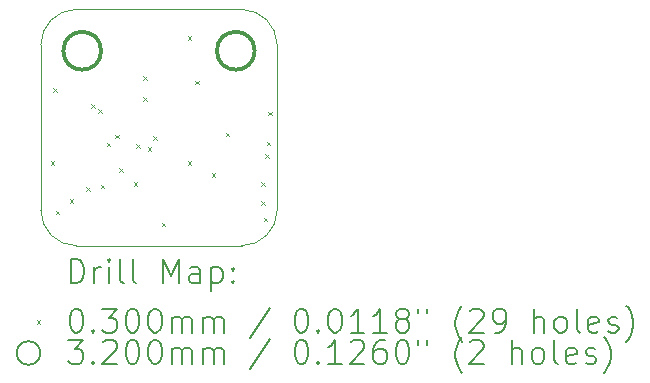
<source format=gbr>
%TF.GenerationSoftware,KiCad,Pcbnew,(6.0.11-0)*%
%TF.CreationDate,2025-05-12T21:51:01-06:00*%
%TF.ProjectId,LightSensorPCB,4c696768-7453-4656-9e73-6f725043422e,rev?*%
%TF.SameCoordinates,Original*%
%TF.FileFunction,Drillmap*%
%TF.FilePolarity,Positive*%
%FSLAX45Y45*%
G04 Gerber Fmt 4.5, Leading zero omitted, Abs format (unit mm)*
G04 Created by KiCad (PCBNEW (6.0.11-0)) date 2025-05-12 21:51:01*
%MOMM*%
%LPD*%
G01*
G04 APERTURE LIST*
%ADD10C,0.100000*%
%ADD11C,0.200000*%
%ADD12C,0.030000*%
%ADD13C,0.320000*%
G04 APERTURE END LIST*
D10*
X10300000Y-12000000D02*
X11700000Y-12000000D01*
X10300000Y-10000000D02*
G75*
G03*
X10000000Y-10300000I0J-300000D01*
G01*
X10000000Y-10300000D02*
X10000000Y-11700000D01*
X12000000Y-11700000D02*
X12000000Y-10300000D01*
X10000000Y-11700000D02*
G75*
G03*
X10300000Y-12000000I300000J0D01*
G01*
X11700000Y-10000000D02*
X10300000Y-10000000D01*
X12000000Y-10300000D02*
G75*
G03*
X11700000Y-10000000I-300000J0D01*
G01*
X11700000Y-12000000D02*
G75*
G03*
X12000000Y-11700000I0J300000D01*
G01*
D11*
D12*
X10085000Y-11285000D02*
X10115000Y-11315000D01*
X10115000Y-11285000D02*
X10085000Y-11315000D01*
X10105000Y-10665000D02*
X10135000Y-10695000D01*
X10135000Y-10665000D02*
X10105000Y-10695000D01*
X10125000Y-11705000D02*
X10155000Y-11735000D01*
X10155000Y-11705000D02*
X10125000Y-11735000D01*
X10245000Y-11605000D02*
X10275000Y-11635000D01*
X10275000Y-11605000D02*
X10245000Y-11635000D01*
X10385000Y-11505000D02*
X10415000Y-11535000D01*
X10415000Y-11505000D02*
X10385000Y-11535000D01*
X10425000Y-10805000D02*
X10455000Y-10835000D01*
X10455000Y-10805000D02*
X10425000Y-10835000D01*
X10485000Y-10845000D02*
X10515000Y-10875000D01*
X10515000Y-10845000D02*
X10485000Y-10875000D01*
X10505000Y-11485000D02*
X10535000Y-11515000D01*
X10535000Y-11485000D02*
X10505000Y-11515000D01*
X10557740Y-11129655D02*
X10587740Y-11159655D01*
X10587740Y-11129655D02*
X10557740Y-11159655D01*
X10630304Y-11060919D02*
X10660304Y-11090919D01*
X10660304Y-11060919D02*
X10630304Y-11090919D01*
X10665000Y-11345000D02*
X10695000Y-11375000D01*
X10695000Y-11345000D02*
X10665000Y-11375000D01*
X10785000Y-11465000D02*
X10815000Y-11495000D01*
X10815000Y-11465000D02*
X10785000Y-11495000D01*
X10807062Y-11143172D02*
X10837062Y-11173172D01*
X10837062Y-11143172D02*
X10807062Y-11173172D01*
X10865000Y-10565000D02*
X10895000Y-10595000D01*
X10895000Y-10565000D02*
X10865000Y-10595000D01*
X10865000Y-10745000D02*
X10895000Y-10775000D01*
X10895000Y-10745000D02*
X10865000Y-10775000D01*
X10905000Y-11165000D02*
X10935000Y-11195000D01*
X10935000Y-11165000D02*
X10905000Y-11195000D01*
X10949339Y-11075222D02*
X10979339Y-11105222D01*
X10979339Y-11075222D02*
X10949339Y-11105222D01*
X11025000Y-11805000D02*
X11055000Y-11835000D01*
X11055000Y-11805000D02*
X11025000Y-11835000D01*
X11245000Y-10225000D02*
X11275000Y-10255000D01*
X11275000Y-10225000D02*
X11245000Y-10255000D01*
X11245000Y-11285000D02*
X11275000Y-11315000D01*
X11275000Y-11285000D02*
X11245000Y-11315000D01*
X11305000Y-10605000D02*
X11335000Y-10635000D01*
X11335000Y-10605000D02*
X11305000Y-10635000D01*
X11445000Y-11385000D02*
X11475000Y-11415000D01*
X11475000Y-11385000D02*
X11445000Y-11415000D01*
X11565000Y-11045000D02*
X11595000Y-11075000D01*
X11595000Y-11045000D02*
X11565000Y-11075000D01*
X11865000Y-11465000D02*
X11895000Y-11495000D01*
X11895000Y-11465000D02*
X11865000Y-11495000D01*
X11865000Y-11625000D02*
X11895000Y-11655000D01*
X11895000Y-11625000D02*
X11865000Y-11655000D01*
X11885000Y-11765000D02*
X11915000Y-11795000D01*
X11915000Y-11765000D02*
X11885000Y-11795000D01*
X11901720Y-11227614D02*
X11931720Y-11257614D01*
X11931720Y-11227614D02*
X11901720Y-11257614D01*
X11910373Y-11119627D02*
X11940373Y-11149627D01*
X11940373Y-11119627D02*
X11910373Y-11149627D01*
X11925000Y-10865000D02*
X11955000Y-10895000D01*
X11955000Y-10865000D02*
X11925000Y-10895000D01*
D13*
X10510000Y-10350000D02*
G75*
G03*
X10510000Y-10350000I-160000J0D01*
G01*
X11810000Y-10350000D02*
G75*
G03*
X11810000Y-10350000I-160000J0D01*
G01*
D11*
X10252619Y-12315476D02*
X10252619Y-12115476D01*
X10300238Y-12115476D01*
X10328810Y-12125000D01*
X10347857Y-12144048D01*
X10357381Y-12163095D01*
X10366905Y-12201190D01*
X10366905Y-12229762D01*
X10357381Y-12267857D01*
X10347857Y-12286905D01*
X10328810Y-12305952D01*
X10300238Y-12315476D01*
X10252619Y-12315476D01*
X10452619Y-12315476D02*
X10452619Y-12182143D01*
X10452619Y-12220238D02*
X10462143Y-12201190D01*
X10471667Y-12191667D01*
X10490714Y-12182143D01*
X10509762Y-12182143D01*
X10576429Y-12315476D02*
X10576429Y-12182143D01*
X10576429Y-12115476D02*
X10566905Y-12125000D01*
X10576429Y-12134524D01*
X10585952Y-12125000D01*
X10576429Y-12115476D01*
X10576429Y-12134524D01*
X10700238Y-12315476D02*
X10681190Y-12305952D01*
X10671667Y-12286905D01*
X10671667Y-12115476D01*
X10805000Y-12315476D02*
X10785952Y-12305952D01*
X10776429Y-12286905D01*
X10776429Y-12115476D01*
X11033571Y-12315476D02*
X11033571Y-12115476D01*
X11100238Y-12258333D01*
X11166905Y-12115476D01*
X11166905Y-12315476D01*
X11347857Y-12315476D02*
X11347857Y-12210714D01*
X11338333Y-12191667D01*
X11319286Y-12182143D01*
X11281190Y-12182143D01*
X11262143Y-12191667D01*
X11347857Y-12305952D02*
X11328809Y-12315476D01*
X11281190Y-12315476D01*
X11262143Y-12305952D01*
X11252619Y-12286905D01*
X11252619Y-12267857D01*
X11262143Y-12248809D01*
X11281190Y-12239286D01*
X11328809Y-12239286D01*
X11347857Y-12229762D01*
X11443095Y-12182143D02*
X11443095Y-12382143D01*
X11443095Y-12191667D02*
X11462143Y-12182143D01*
X11500238Y-12182143D01*
X11519286Y-12191667D01*
X11528809Y-12201190D01*
X11538333Y-12220238D01*
X11538333Y-12277381D01*
X11528809Y-12296428D01*
X11519286Y-12305952D01*
X11500238Y-12315476D01*
X11462143Y-12315476D01*
X11443095Y-12305952D01*
X11624048Y-12296428D02*
X11633571Y-12305952D01*
X11624048Y-12315476D01*
X11614524Y-12305952D01*
X11624048Y-12296428D01*
X11624048Y-12315476D01*
X11624048Y-12191667D02*
X11633571Y-12201190D01*
X11624048Y-12210714D01*
X11614524Y-12201190D01*
X11624048Y-12191667D01*
X11624048Y-12210714D01*
D12*
X9965000Y-12630000D02*
X9995000Y-12660000D01*
X9995000Y-12630000D02*
X9965000Y-12660000D01*
D11*
X10290714Y-12535476D02*
X10309762Y-12535476D01*
X10328810Y-12545000D01*
X10338333Y-12554524D01*
X10347857Y-12573571D01*
X10357381Y-12611667D01*
X10357381Y-12659286D01*
X10347857Y-12697381D01*
X10338333Y-12716428D01*
X10328810Y-12725952D01*
X10309762Y-12735476D01*
X10290714Y-12735476D01*
X10271667Y-12725952D01*
X10262143Y-12716428D01*
X10252619Y-12697381D01*
X10243095Y-12659286D01*
X10243095Y-12611667D01*
X10252619Y-12573571D01*
X10262143Y-12554524D01*
X10271667Y-12545000D01*
X10290714Y-12535476D01*
X10443095Y-12716428D02*
X10452619Y-12725952D01*
X10443095Y-12735476D01*
X10433571Y-12725952D01*
X10443095Y-12716428D01*
X10443095Y-12735476D01*
X10519286Y-12535476D02*
X10643095Y-12535476D01*
X10576429Y-12611667D01*
X10605000Y-12611667D01*
X10624048Y-12621190D01*
X10633571Y-12630714D01*
X10643095Y-12649762D01*
X10643095Y-12697381D01*
X10633571Y-12716428D01*
X10624048Y-12725952D01*
X10605000Y-12735476D01*
X10547857Y-12735476D01*
X10528810Y-12725952D01*
X10519286Y-12716428D01*
X10766905Y-12535476D02*
X10785952Y-12535476D01*
X10805000Y-12545000D01*
X10814524Y-12554524D01*
X10824048Y-12573571D01*
X10833571Y-12611667D01*
X10833571Y-12659286D01*
X10824048Y-12697381D01*
X10814524Y-12716428D01*
X10805000Y-12725952D01*
X10785952Y-12735476D01*
X10766905Y-12735476D01*
X10747857Y-12725952D01*
X10738333Y-12716428D01*
X10728810Y-12697381D01*
X10719286Y-12659286D01*
X10719286Y-12611667D01*
X10728810Y-12573571D01*
X10738333Y-12554524D01*
X10747857Y-12545000D01*
X10766905Y-12535476D01*
X10957381Y-12535476D02*
X10976429Y-12535476D01*
X10995476Y-12545000D01*
X11005000Y-12554524D01*
X11014524Y-12573571D01*
X11024048Y-12611667D01*
X11024048Y-12659286D01*
X11014524Y-12697381D01*
X11005000Y-12716428D01*
X10995476Y-12725952D01*
X10976429Y-12735476D01*
X10957381Y-12735476D01*
X10938333Y-12725952D01*
X10928810Y-12716428D01*
X10919286Y-12697381D01*
X10909762Y-12659286D01*
X10909762Y-12611667D01*
X10919286Y-12573571D01*
X10928810Y-12554524D01*
X10938333Y-12545000D01*
X10957381Y-12535476D01*
X11109762Y-12735476D02*
X11109762Y-12602143D01*
X11109762Y-12621190D02*
X11119286Y-12611667D01*
X11138333Y-12602143D01*
X11166905Y-12602143D01*
X11185952Y-12611667D01*
X11195476Y-12630714D01*
X11195476Y-12735476D01*
X11195476Y-12630714D02*
X11205000Y-12611667D01*
X11224048Y-12602143D01*
X11252619Y-12602143D01*
X11271667Y-12611667D01*
X11281190Y-12630714D01*
X11281190Y-12735476D01*
X11376428Y-12735476D02*
X11376428Y-12602143D01*
X11376428Y-12621190D02*
X11385952Y-12611667D01*
X11405000Y-12602143D01*
X11433571Y-12602143D01*
X11452619Y-12611667D01*
X11462143Y-12630714D01*
X11462143Y-12735476D01*
X11462143Y-12630714D02*
X11471667Y-12611667D01*
X11490714Y-12602143D01*
X11519286Y-12602143D01*
X11538333Y-12611667D01*
X11547857Y-12630714D01*
X11547857Y-12735476D01*
X11938333Y-12525952D02*
X11766905Y-12783095D01*
X12195476Y-12535476D02*
X12214524Y-12535476D01*
X12233571Y-12545000D01*
X12243095Y-12554524D01*
X12252619Y-12573571D01*
X12262143Y-12611667D01*
X12262143Y-12659286D01*
X12252619Y-12697381D01*
X12243095Y-12716428D01*
X12233571Y-12725952D01*
X12214524Y-12735476D01*
X12195476Y-12735476D01*
X12176428Y-12725952D01*
X12166905Y-12716428D01*
X12157381Y-12697381D01*
X12147857Y-12659286D01*
X12147857Y-12611667D01*
X12157381Y-12573571D01*
X12166905Y-12554524D01*
X12176428Y-12545000D01*
X12195476Y-12535476D01*
X12347857Y-12716428D02*
X12357381Y-12725952D01*
X12347857Y-12735476D01*
X12338333Y-12725952D01*
X12347857Y-12716428D01*
X12347857Y-12735476D01*
X12481190Y-12535476D02*
X12500238Y-12535476D01*
X12519286Y-12545000D01*
X12528809Y-12554524D01*
X12538333Y-12573571D01*
X12547857Y-12611667D01*
X12547857Y-12659286D01*
X12538333Y-12697381D01*
X12528809Y-12716428D01*
X12519286Y-12725952D01*
X12500238Y-12735476D01*
X12481190Y-12735476D01*
X12462143Y-12725952D01*
X12452619Y-12716428D01*
X12443095Y-12697381D01*
X12433571Y-12659286D01*
X12433571Y-12611667D01*
X12443095Y-12573571D01*
X12452619Y-12554524D01*
X12462143Y-12545000D01*
X12481190Y-12535476D01*
X12738333Y-12735476D02*
X12624048Y-12735476D01*
X12681190Y-12735476D02*
X12681190Y-12535476D01*
X12662143Y-12564048D01*
X12643095Y-12583095D01*
X12624048Y-12592619D01*
X12928809Y-12735476D02*
X12814524Y-12735476D01*
X12871667Y-12735476D02*
X12871667Y-12535476D01*
X12852619Y-12564048D01*
X12833571Y-12583095D01*
X12814524Y-12592619D01*
X13043095Y-12621190D02*
X13024048Y-12611667D01*
X13014524Y-12602143D01*
X13005000Y-12583095D01*
X13005000Y-12573571D01*
X13014524Y-12554524D01*
X13024048Y-12545000D01*
X13043095Y-12535476D01*
X13081190Y-12535476D01*
X13100238Y-12545000D01*
X13109762Y-12554524D01*
X13119286Y-12573571D01*
X13119286Y-12583095D01*
X13109762Y-12602143D01*
X13100238Y-12611667D01*
X13081190Y-12621190D01*
X13043095Y-12621190D01*
X13024048Y-12630714D01*
X13014524Y-12640238D01*
X13005000Y-12659286D01*
X13005000Y-12697381D01*
X13014524Y-12716428D01*
X13024048Y-12725952D01*
X13043095Y-12735476D01*
X13081190Y-12735476D01*
X13100238Y-12725952D01*
X13109762Y-12716428D01*
X13119286Y-12697381D01*
X13119286Y-12659286D01*
X13109762Y-12640238D01*
X13100238Y-12630714D01*
X13081190Y-12621190D01*
X13195476Y-12535476D02*
X13195476Y-12573571D01*
X13271667Y-12535476D02*
X13271667Y-12573571D01*
X13566905Y-12811667D02*
X13557381Y-12802143D01*
X13538333Y-12773571D01*
X13528809Y-12754524D01*
X13519286Y-12725952D01*
X13509762Y-12678333D01*
X13509762Y-12640238D01*
X13519286Y-12592619D01*
X13528809Y-12564048D01*
X13538333Y-12545000D01*
X13557381Y-12516428D01*
X13566905Y-12506905D01*
X13633571Y-12554524D02*
X13643095Y-12545000D01*
X13662143Y-12535476D01*
X13709762Y-12535476D01*
X13728809Y-12545000D01*
X13738333Y-12554524D01*
X13747857Y-12573571D01*
X13747857Y-12592619D01*
X13738333Y-12621190D01*
X13624048Y-12735476D01*
X13747857Y-12735476D01*
X13843095Y-12735476D02*
X13881190Y-12735476D01*
X13900238Y-12725952D01*
X13909762Y-12716428D01*
X13928809Y-12687857D01*
X13938333Y-12649762D01*
X13938333Y-12573571D01*
X13928809Y-12554524D01*
X13919286Y-12545000D01*
X13900238Y-12535476D01*
X13862143Y-12535476D01*
X13843095Y-12545000D01*
X13833571Y-12554524D01*
X13824048Y-12573571D01*
X13824048Y-12621190D01*
X13833571Y-12640238D01*
X13843095Y-12649762D01*
X13862143Y-12659286D01*
X13900238Y-12659286D01*
X13919286Y-12649762D01*
X13928809Y-12640238D01*
X13938333Y-12621190D01*
X14176428Y-12735476D02*
X14176428Y-12535476D01*
X14262143Y-12735476D02*
X14262143Y-12630714D01*
X14252619Y-12611667D01*
X14233571Y-12602143D01*
X14205000Y-12602143D01*
X14185952Y-12611667D01*
X14176428Y-12621190D01*
X14385952Y-12735476D02*
X14366905Y-12725952D01*
X14357381Y-12716428D01*
X14347857Y-12697381D01*
X14347857Y-12640238D01*
X14357381Y-12621190D01*
X14366905Y-12611667D01*
X14385952Y-12602143D01*
X14414524Y-12602143D01*
X14433571Y-12611667D01*
X14443095Y-12621190D01*
X14452619Y-12640238D01*
X14452619Y-12697381D01*
X14443095Y-12716428D01*
X14433571Y-12725952D01*
X14414524Y-12735476D01*
X14385952Y-12735476D01*
X14566905Y-12735476D02*
X14547857Y-12725952D01*
X14538333Y-12706905D01*
X14538333Y-12535476D01*
X14719286Y-12725952D02*
X14700238Y-12735476D01*
X14662143Y-12735476D01*
X14643095Y-12725952D01*
X14633571Y-12706905D01*
X14633571Y-12630714D01*
X14643095Y-12611667D01*
X14662143Y-12602143D01*
X14700238Y-12602143D01*
X14719286Y-12611667D01*
X14728809Y-12630714D01*
X14728809Y-12649762D01*
X14633571Y-12668809D01*
X14805000Y-12725952D02*
X14824048Y-12735476D01*
X14862143Y-12735476D01*
X14881190Y-12725952D01*
X14890714Y-12706905D01*
X14890714Y-12697381D01*
X14881190Y-12678333D01*
X14862143Y-12668809D01*
X14833571Y-12668809D01*
X14814524Y-12659286D01*
X14805000Y-12640238D01*
X14805000Y-12630714D01*
X14814524Y-12611667D01*
X14833571Y-12602143D01*
X14862143Y-12602143D01*
X14881190Y-12611667D01*
X14957381Y-12811667D02*
X14966905Y-12802143D01*
X14985952Y-12773571D01*
X14995476Y-12754524D01*
X15005000Y-12725952D01*
X15014524Y-12678333D01*
X15014524Y-12640238D01*
X15005000Y-12592619D01*
X14995476Y-12564048D01*
X14985952Y-12545000D01*
X14966905Y-12516428D01*
X14957381Y-12506905D01*
X9995000Y-12909000D02*
G75*
G03*
X9995000Y-12909000I-100000J0D01*
G01*
X10233571Y-12799476D02*
X10357381Y-12799476D01*
X10290714Y-12875667D01*
X10319286Y-12875667D01*
X10338333Y-12885190D01*
X10347857Y-12894714D01*
X10357381Y-12913762D01*
X10357381Y-12961381D01*
X10347857Y-12980428D01*
X10338333Y-12989952D01*
X10319286Y-12999476D01*
X10262143Y-12999476D01*
X10243095Y-12989952D01*
X10233571Y-12980428D01*
X10443095Y-12980428D02*
X10452619Y-12989952D01*
X10443095Y-12999476D01*
X10433571Y-12989952D01*
X10443095Y-12980428D01*
X10443095Y-12999476D01*
X10528810Y-12818524D02*
X10538333Y-12809000D01*
X10557381Y-12799476D01*
X10605000Y-12799476D01*
X10624048Y-12809000D01*
X10633571Y-12818524D01*
X10643095Y-12837571D01*
X10643095Y-12856619D01*
X10633571Y-12885190D01*
X10519286Y-12999476D01*
X10643095Y-12999476D01*
X10766905Y-12799476D02*
X10785952Y-12799476D01*
X10805000Y-12809000D01*
X10814524Y-12818524D01*
X10824048Y-12837571D01*
X10833571Y-12875667D01*
X10833571Y-12923286D01*
X10824048Y-12961381D01*
X10814524Y-12980428D01*
X10805000Y-12989952D01*
X10785952Y-12999476D01*
X10766905Y-12999476D01*
X10747857Y-12989952D01*
X10738333Y-12980428D01*
X10728810Y-12961381D01*
X10719286Y-12923286D01*
X10719286Y-12875667D01*
X10728810Y-12837571D01*
X10738333Y-12818524D01*
X10747857Y-12809000D01*
X10766905Y-12799476D01*
X10957381Y-12799476D02*
X10976429Y-12799476D01*
X10995476Y-12809000D01*
X11005000Y-12818524D01*
X11014524Y-12837571D01*
X11024048Y-12875667D01*
X11024048Y-12923286D01*
X11014524Y-12961381D01*
X11005000Y-12980428D01*
X10995476Y-12989952D01*
X10976429Y-12999476D01*
X10957381Y-12999476D01*
X10938333Y-12989952D01*
X10928810Y-12980428D01*
X10919286Y-12961381D01*
X10909762Y-12923286D01*
X10909762Y-12875667D01*
X10919286Y-12837571D01*
X10928810Y-12818524D01*
X10938333Y-12809000D01*
X10957381Y-12799476D01*
X11109762Y-12999476D02*
X11109762Y-12866143D01*
X11109762Y-12885190D02*
X11119286Y-12875667D01*
X11138333Y-12866143D01*
X11166905Y-12866143D01*
X11185952Y-12875667D01*
X11195476Y-12894714D01*
X11195476Y-12999476D01*
X11195476Y-12894714D02*
X11205000Y-12875667D01*
X11224048Y-12866143D01*
X11252619Y-12866143D01*
X11271667Y-12875667D01*
X11281190Y-12894714D01*
X11281190Y-12999476D01*
X11376428Y-12999476D02*
X11376428Y-12866143D01*
X11376428Y-12885190D02*
X11385952Y-12875667D01*
X11405000Y-12866143D01*
X11433571Y-12866143D01*
X11452619Y-12875667D01*
X11462143Y-12894714D01*
X11462143Y-12999476D01*
X11462143Y-12894714D02*
X11471667Y-12875667D01*
X11490714Y-12866143D01*
X11519286Y-12866143D01*
X11538333Y-12875667D01*
X11547857Y-12894714D01*
X11547857Y-12999476D01*
X11938333Y-12789952D02*
X11766905Y-13047095D01*
X12195476Y-12799476D02*
X12214524Y-12799476D01*
X12233571Y-12809000D01*
X12243095Y-12818524D01*
X12252619Y-12837571D01*
X12262143Y-12875667D01*
X12262143Y-12923286D01*
X12252619Y-12961381D01*
X12243095Y-12980428D01*
X12233571Y-12989952D01*
X12214524Y-12999476D01*
X12195476Y-12999476D01*
X12176428Y-12989952D01*
X12166905Y-12980428D01*
X12157381Y-12961381D01*
X12147857Y-12923286D01*
X12147857Y-12875667D01*
X12157381Y-12837571D01*
X12166905Y-12818524D01*
X12176428Y-12809000D01*
X12195476Y-12799476D01*
X12347857Y-12980428D02*
X12357381Y-12989952D01*
X12347857Y-12999476D01*
X12338333Y-12989952D01*
X12347857Y-12980428D01*
X12347857Y-12999476D01*
X12547857Y-12999476D02*
X12433571Y-12999476D01*
X12490714Y-12999476D02*
X12490714Y-12799476D01*
X12471667Y-12828048D01*
X12452619Y-12847095D01*
X12433571Y-12856619D01*
X12624048Y-12818524D02*
X12633571Y-12809000D01*
X12652619Y-12799476D01*
X12700238Y-12799476D01*
X12719286Y-12809000D01*
X12728809Y-12818524D01*
X12738333Y-12837571D01*
X12738333Y-12856619D01*
X12728809Y-12885190D01*
X12614524Y-12999476D01*
X12738333Y-12999476D01*
X12909762Y-12799476D02*
X12871667Y-12799476D01*
X12852619Y-12809000D01*
X12843095Y-12818524D01*
X12824048Y-12847095D01*
X12814524Y-12885190D01*
X12814524Y-12961381D01*
X12824048Y-12980428D01*
X12833571Y-12989952D01*
X12852619Y-12999476D01*
X12890714Y-12999476D01*
X12909762Y-12989952D01*
X12919286Y-12980428D01*
X12928809Y-12961381D01*
X12928809Y-12913762D01*
X12919286Y-12894714D01*
X12909762Y-12885190D01*
X12890714Y-12875667D01*
X12852619Y-12875667D01*
X12833571Y-12885190D01*
X12824048Y-12894714D01*
X12814524Y-12913762D01*
X13052619Y-12799476D02*
X13071667Y-12799476D01*
X13090714Y-12809000D01*
X13100238Y-12818524D01*
X13109762Y-12837571D01*
X13119286Y-12875667D01*
X13119286Y-12923286D01*
X13109762Y-12961381D01*
X13100238Y-12980428D01*
X13090714Y-12989952D01*
X13071667Y-12999476D01*
X13052619Y-12999476D01*
X13033571Y-12989952D01*
X13024048Y-12980428D01*
X13014524Y-12961381D01*
X13005000Y-12923286D01*
X13005000Y-12875667D01*
X13014524Y-12837571D01*
X13024048Y-12818524D01*
X13033571Y-12809000D01*
X13052619Y-12799476D01*
X13195476Y-12799476D02*
X13195476Y-12837571D01*
X13271667Y-12799476D02*
X13271667Y-12837571D01*
X13566905Y-13075667D02*
X13557381Y-13066143D01*
X13538333Y-13037571D01*
X13528809Y-13018524D01*
X13519286Y-12989952D01*
X13509762Y-12942333D01*
X13509762Y-12904238D01*
X13519286Y-12856619D01*
X13528809Y-12828048D01*
X13538333Y-12809000D01*
X13557381Y-12780428D01*
X13566905Y-12770905D01*
X13633571Y-12818524D02*
X13643095Y-12809000D01*
X13662143Y-12799476D01*
X13709762Y-12799476D01*
X13728809Y-12809000D01*
X13738333Y-12818524D01*
X13747857Y-12837571D01*
X13747857Y-12856619D01*
X13738333Y-12885190D01*
X13624048Y-12999476D01*
X13747857Y-12999476D01*
X13985952Y-12999476D02*
X13985952Y-12799476D01*
X14071667Y-12999476D02*
X14071667Y-12894714D01*
X14062143Y-12875667D01*
X14043095Y-12866143D01*
X14014524Y-12866143D01*
X13995476Y-12875667D01*
X13985952Y-12885190D01*
X14195476Y-12999476D02*
X14176428Y-12989952D01*
X14166905Y-12980428D01*
X14157381Y-12961381D01*
X14157381Y-12904238D01*
X14166905Y-12885190D01*
X14176428Y-12875667D01*
X14195476Y-12866143D01*
X14224048Y-12866143D01*
X14243095Y-12875667D01*
X14252619Y-12885190D01*
X14262143Y-12904238D01*
X14262143Y-12961381D01*
X14252619Y-12980428D01*
X14243095Y-12989952D01*
X14224048Y-12999476D01*
X14195476Y-12999476D01*
X14376428Y-12999476D02*
X14357381Y-12989952D01*
X14347857Y-12970905D01*
X14347857Y-12799476D01*
X14528809Y-12989952D02*
X14509762Y-12999476D01*
X14471667Y-12999476D01*
X14452619Y-12989952D01*
X14443095Y-12970905D01*
X14443095Y-12894714D01*
X14452619Y-12875667D01*
X14471667Y-12866143D01*
X14509762Y-12866143D01*
X14528809Y-12875667D01*
X14538333Y-12894714D01*
X14538333Y-12913762D01*
X14443095Y-12932809D01*
X14614524Y-12989952D02*
X14633571Y-12999476D01*
X14671667Y-12999476D01*
X14690714Y-12989952D01*
X14700238Y-12970905D01*
X14700238Y-12961381D01*
X14690714Y-12942333D01*
X14671667Y-12932809D01*
X14643095Y-12932809D01*
X14624048Y-12923286D01*
X14614524Y-12904238D01*
X14614524Y-12894714D01*
X14624048Y-12875667D01*
X14643095Y-12866143D01*
X14671667Y-12866143D01*
X14690714Y-12875667D01*
X14766905Y-13075667D02*
X14776428Y-13066143D01*
X14795476Y-13037571D01*
X14805000Y-13018524D01*
X14814524Y-12989952D01*
X14824048Y-12942333D01*
X14824048Y-12904238D01*
X14814524Y-12856619D01*
X14805000Y-12828048D01*
X14795476Y-12809000D01*
X14776428Y-12780428D01*
X14766905Y-12770905D01*
M02*

</source>
